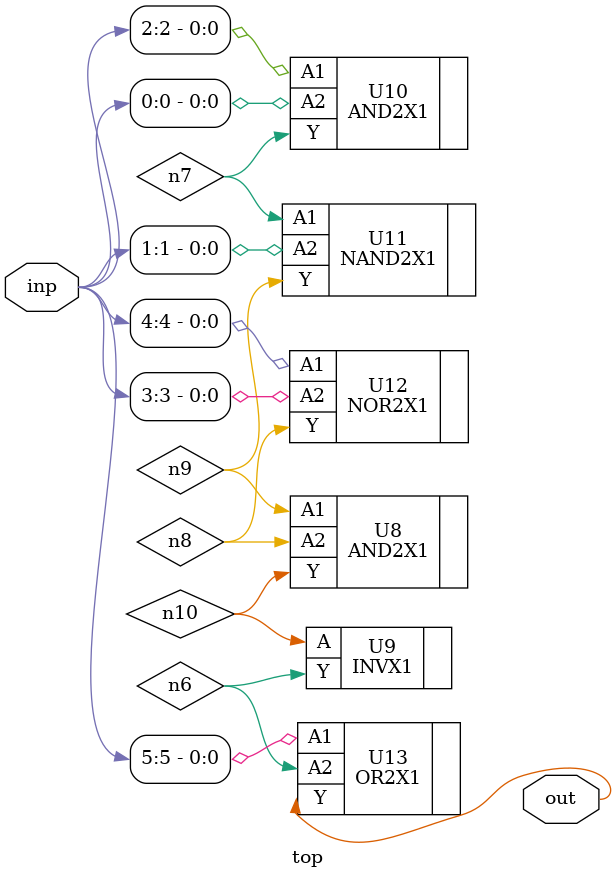
<source format=sv>


module top ( inp, out );
  input [5:0] inp;
  output out;
  wire   n6, n7, n8, n9, n10;

  AND2X1 U8 ( .A1(n9), .A2(n8), .Y(n10) );
  INVX1 U9 ( .A(n10), .Y(n6) );
  AND2X1 U10 ( .A1(inp[2]), .A2(inp[0]), .Y(n7) );
  NAND2X1 U11 ( .A1(n7), .A2(inp[1]), .Y(n9) );
  NOR2X1 U12 ( .A1(inp[4]), .A2(inp[3]), .Y(n8) );
  OR2X1 U13 ( .A1(inp[5]), .A2(n6), .Y(out) );
endmodule


</source>
